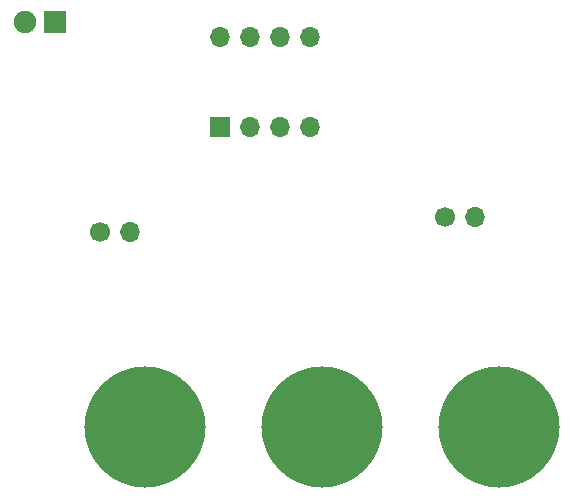
<source format=gbr>
%TF.GenerationSoftware,KiCad,Pcbnew,5.1.6-c6e7f7d~87~ubuntu18.04.1*%
%TF.CreationDate,2020-08-19T22:56:15-04:00*%
%TF.ProjectId,tutorial1,7475746f-7269-4616-9c31-2e6b69636164,rev?*%
%TF.SameCoordinates,Original*%
%TF.FileFunction,Soldermask,Bot*%
%TF.FilePolarity,Negative*%
%FSLAX46Y46*%
G04 Gerber Fmt 4.6, Leading zero omitted, Abs format (unit mm)*
G04 Created by KiCad (PCBNEW 5.1.6-c6e7f7d~87~ubuntu18.04.1) date 2020-08-19 22:56:15*
%MOMM*%
%LPD*%
G01*
G04 APERTURE LIST*
%ADD10O,1.700000X1.700000*%
%ADD11R,1.700000X1.700000*%
%ADD12C,1.700000*%
%ADD13C,10.260000*%
%ADD14C,1.900000*%
%ADD15R,1.900000X1.900000*%
G04 APERTURE END LIST*
D10*
%TO.C,U1*%
X109220000Y-73660000D03*
X116840000Y-81280000D03*
X111760000Y-73660000D03*
X114300000Y-81280000D03*
X114300000Y-73660000D03*
X111760000Y-81280000D03*
X116840000Y-73660000D03*
D11*
X109220000Y-81280000D03*
%TD*%
D10*
%TO.C,R2*%
X130810000Y-88900000D03*
D12*
X128270000Y-88900000D03*
%TD*%
D10*
%TO.C,R1*%
X101600000Y-90170000D03*
D12*
X99060000Y-90170000D03*
%TD*%
D13*
%TO.C,J1*%
X117860000Y-106680000D03*
X132840000Y-106680000D03*
X102870000Y-106680000D03*
%TD*%
D14*
%TO.C,D1*%
X92710000Y-72390000D03*
D15*
X95250000Y-72390000D03*
%TD*%
M02*

</source>
